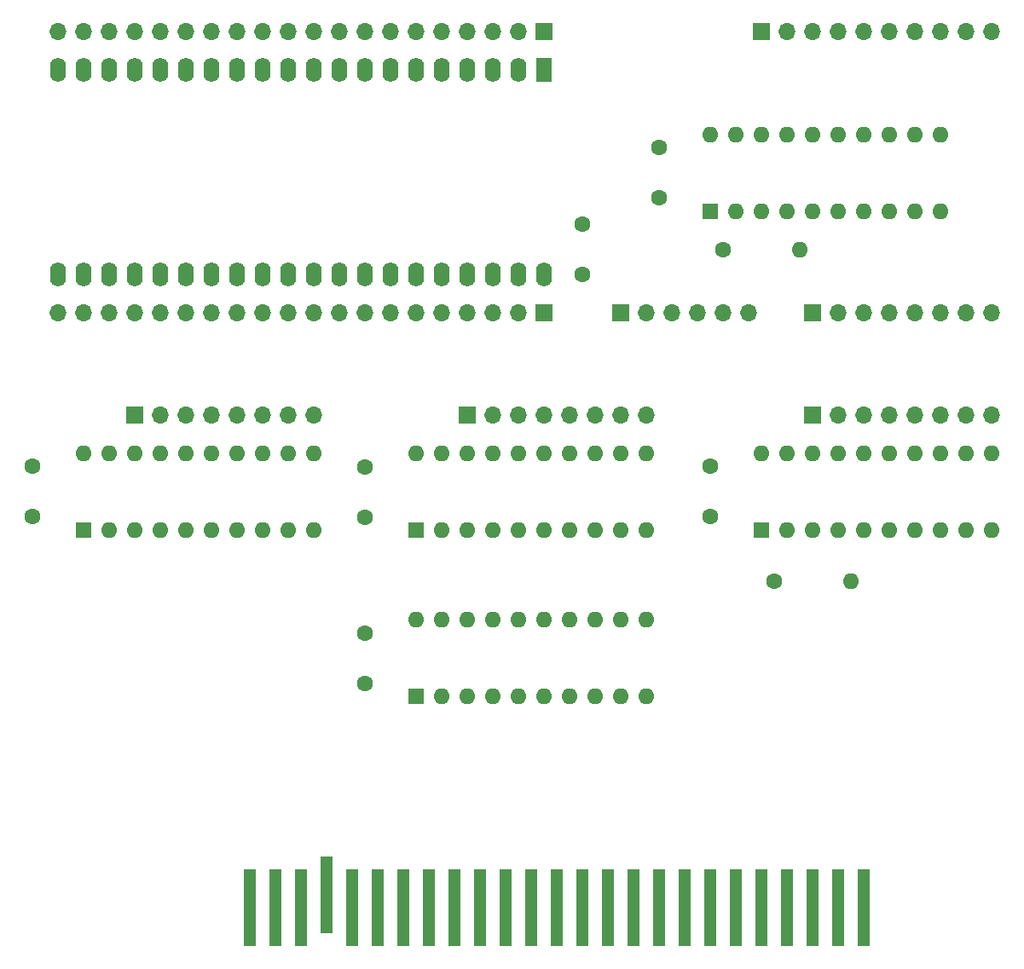
<source format=gts>
G04 #@! TF.GenerationSoftware,KiCad,Pcbnew,(6.0.9)*
G04 #@! TF.CreationDate,2023-07-02T11:07:52+02:00*
G04 #@! TF.ProjectId,Cartucho_MSX_Tang_Nano_20k_Breakout,43617274-7563-4686-9f5f-4d53585f5461,rev?*
G04 #@! TF.SameCoordinates,Original*
G04 #@! TF.FileFunction,Soldermask,Top*
G04 #@! TF.FilePolarity,Negative*
%FSLAX46Y46*%
G04 Gerber Fmt 4.6, Leading zero omitted, Abs format (unit mm)*
G04 Created by KiCad (PCBNEW (6.0.9)) date 2023-07-02 11:07:52*
%MOMM*%
%LPD*%
G01*
G04 APERTURE LIST*
%ADD10R,1.600000X2.400000*%
%ADD11O,1.600000X2.400000*%
%ADD12R,1.700000X1.700000*%
%ADD13O,1.700000X1.700000*%
%ADD14C,1.600000*%
%ADD15R,1.600000X1.600000*%
%ADD16O,1.600000X1.600000*%
%ADD17R,1.270000X7.620000*%
G04 APERTURE END LIST*
D10*
X110460000Y-55880000D03*
D11*
X107920000Y-55880000D03*
X105380000Y-55880000D03*
X102840000Y-55880000D03*
X100300000Y-55880000D03*
X97760000Y-55880000D03*
X95220000Y-55880000D03*
X92680000Y-55880000D03*
X90140000Y-55880000D03*
X87600000Y-55880000D03*
X85060000Y-55880000D03*
X82520000Y-55880000D03*
X79980000Y-55880000D03*
X77440000Y-55880000D03*
X74900000Y-55880000D03*
X72360000Y-55880000D03*
X69820000Y-55880000D03*
X67280000Y-55880000D03*
X64740000Y-55880000D03*
X62200000Y-55880000D03*
X62200000Y-76200000D03*
X64740000Y-76200000D03*
X67280000Y-76200000D03*
X69820000Y-76200000D03*
X72360000Y-76200000D03*
X74900000Y-76200000D03*
X77440000Y-76200000D03*
X79980000Y-76200000D03*
X82520000Y-76200000D03*
X85060000Y-76200000D03*
X87600000Y-76200000D03*
X90140000Y-76200000D03*
X92680000Y-76200000D03*
X95220000Y-76200000D03*
X97760000Y-76200000D03*
X100300000Y-76200000D03*
X102840000Y-76200000D03*
X105380000Y-76200000D03*
X107920000Y-76200000D03*
X110460000Y-76200000D03*
D12*
X110460000Y-80010000D03*
D13*
X107920000Y-80010000D03*
X105380000Y-80010000D03*
X102840000Y-80010000D03*
X100300000Y-80010000D03*
X97760000Y-80010000D03*
X95220000Y-80010000D03*
X92680000Y-80010000D03*
X90140000Y-80010000D03*
X87600000Y-80010000D03*
X85060000Y-80010000D03*
X82520000Y-80010000D03*
X79980000Y-80010000D03*
X77440000Y-80010000D03*
X74900000Y-80010000D03*
X72360000Y-80010000D03*
X69820000Y-80010000D03*
X67280000Y-80010000D03*
X64740000Y-80010000D03*
X62200000Y-80010000D03*
D14*
X114300000Y-76135000D03*
X114300000Y-71135000D03*
X127000000Y-95225000D03*
X127000000Y-100225000D03*
X59695000Y-100215000D03*
X59695000Y-95215000D03*
D15*
X64775000Y-101565000D03*
D16*
X67315000Y-101565000D03*
X69855000Y-101565000D03*
X72395000Y-101565000D03*
X74935000Y-101565000D03*
X77475000Y-101565000D03*
X80015000Y-101565000D03*
X82555000Y-101565000D03*
X85095000Y-101565000D03*
X87635000Y-101565000D03*
X87635000Y-93945000D03*
X85095000Y-93945000D03*
X82555000Y-93945000D03*
X80015000Y-93945000D03*
X77475000Y-93945000D03*
X74935000Y-93945000D03*
X72395000Y-93945000D03*
X69855000Y-93945000D03*
X67315000Y-93945000D03*
X64775000Y-93945000D03*
D17*
X142240000Y-139065000D03*
X139700000Y-139065000D03*
X137160000Y-139065000D03*
X134620000Y-139065000D03*
X132080000Y-139065000D03*
X129540000Y-139065000D03*
X127000000Y-139065000D03*
X124460000Y-139065000D03*
X121920000Y-139065000D03*
X119380000Y-139065000D03*
X116840000Y-139065000D03*
X114300000Y-139065000D03*
X111760000Y-139065000D03*
X109220000Y-139065000D03*
X106680000Y-139065000D03*
X104140000Y-139065000D03*
X101600000Y-139065000D03*
X99060000Y-139065000D03*
X96520000Y-139065000D03*
X93980000Y-139065000D03*
X91440000Y-139065000D03*
X88900000Y-137795000D03*
X86360000Y-139065000D03*
X83820000Y-139065000D03*
X81280000Y-139065000D03*
D14*
X128270000Y-73715000D03*
D16*
X135890000Y-73715000D03*
D12*
X110460000Y-52070000D03*
D13*
X107920000Y-52070000D03*
X105380000Y-52070000D03*
X102840000Y-52070000D03*
X100300000Y-52070000D03*
X97760000Y-52070000D03*
X95220000Y-52070000D03*
X92680000Y-52070000D03*
X90140000Y-52070000D03*
X87600000Y-52070000D03*
X85060000Y-52070000D03*
X82520000Y-52070000D03*
X79980000Y-52070000D03*
X77440000Y-52070000D03*
X74900000Y-52070000D03*
X72360000Y-52070000D03*
X69820000Y-52070000D03*
X67280000Y-52070000D03*
X64740000Y-52070000D03*
X62200000Y-52070000D03*
D12*
X137160000Y-79985000D03*
D13*
X139700000Y-79985000D03*
X142240000Y-79985000D03*
X144780000Y-79985000D03*
X147320000Y-79985000D03*
X149860000Y-79985000D03*
X152400000Y-79985000D03*
X154940000Y-79985000D03*
D15*
X97795000Y-118075000D03*
D16*
X100335000Y-118075000D03*
X102875000Y-118075000D03*
X105415000Y-118075000D03*
X107955000Y-118075000D03*
X110495000Y-118075000D03*
X113035000Y-118075000D03*
X115575000Y-118075000D03*
X118115000Y-118075000D03*
X120655000Y-118075000D03*
X120655000Y-110455000D03*
X118115000Y-110455000D03*
X115575000Y-110455000D03*
X113035000Y-110455000D03*
X110495000Y-110455000D03*
X107955000Y-110455000D03*
X105415000Y-110455000D03*
X102875000Y-110455000D03*
X100335000Y-110455000D03*
X97795000Y-110455000D03*
D14*
X92715000Y-100295000D03*
X92715000Y-95295000D03*
X121920000Y-68555000D03*
X121920000Y-63555000D03*
X133350000Y-106655000D03*
D16*
X140970000Y-106655000D03*
D14*
X92715000Y-116805000D03*
X92715000Y-111805000D03*
D12*
X69850000Y-90145000D03*
D13*
X72390000Y-90145000D03*
X74930000Y-90145000D03*
X77470000Y-90145000D03*
X80010000Y-90145000D03*
X82550000Y-90145000D03*
X85090000Y-90145000D03*
X87630000Y-90145000D03*
D12*
X118135000Y-79960000D03*
D13*
X120675000Y-79960000D03*
X123215000Y-79960000D03*
X125755000Y-79960000D03*
X128295000Y-79960000D03*
X130835000Y-79960000D03*
D12*
X132080000Y-52045000D03*
D13*
X134620000Y-52045000D03*
X137160000Y-52045000D03*
X139700000Y-52045000D03*
X142240000Y-52045000D03*
X144780000Y-52045000D03*
X147320000Y-52045000D03*
X149860000Y-52045000D03*
X152400000Y-52045000D03*
X154940000Y-52045000D03*
D15*
X127000000Y-69905000D03*
D16*
X129540000Y-69905000D03*
X132080000Y-69905000D03*
X134620000Y-69905000D03*
X137160000Y-69905000D03*
X139700000Y-69905000D03*
X142240000Y-69905000D03*
X144780000Y-69905000D03*
X147320000Y-69905000D03*
X149860000Y-69905000D03*
X149860000Y-62285000D03*
X147320000Y-62285000D03*
X144780000Y-62285000D03*
X142240000Y-62285000D03*
X139700000Y-62285000D03*
X137160000Y-62285000D03*
X134620000Y-62285000D03*
X132080000Y-62285000D03*
X129540000Y-62285000D03*
X127000000Y-62285000D03*
D15*
X132080000Y-101575000D03*
D16*
X134620000Y-101575000D03*
X137160000Y-101575000D03*
X139700000Y-101575000D03*
X142240000Y-101575000D03*
X144780000Y-101575000D03*
X147320000Y-101575000D03*
X149860000Y-101575000D03*
X152400000Y-101575000D03*
X154940000Y-101575000D03*
X154940000Y-93955000D03*
X152400000Y-93955000D03*
X149860000Y-93955000D03*
X147320000Y-93955000D03*
X144780000Y-93955000D03*
X142240000Y-93955000D03*
X139700000Y-93955000D03*
X137160000Y-93955000D03*
X134620000Y-93955000D03*
X132080000Y-93955000D03*
D15*
X97795000Y-101565000D03*
D16*
X100335000Y-101565000D03*
X102875000Y-101565000D03*
X105415000Y-101565000D03*
X107955000Y-101565000D03*
X110495000Y-101565000D03*
X113035000Y-101565000D03*
X115575000Y-101565000D03*
X118115000Y-101565000D03*
X120655000Y-101565000D03*
X120655000Y-93945000D03*
X118115000Y-93945000D03*
X115575000Y-93945000D03*
X113035000Y-93945000D03*
X110495000Y-93945000D03*
X107955000Y-93945000D03*
X105415000Y-93945000D03*
X102875000Y-93945000D03*
X100335000Y-93945000D03*
X97795000Y-93945000D03*
D12*
X102870000Y-90145000D03*
D13*
X105410000Y-90145000D03*
X107950000Y-90145000D03*
X110490000Y-90145000D03*
X113030000Y-90145000D03*
X115570000Y-90145000D03*
X118110000Y-90145000D03*
X120650000Y-90145000D03*
D12*
X137160000Y-90145000D03*
D13*
X139700000Y-90145000D03*
X142240000Y-90145000D03*
X144780000Y-90145000D03*
X147320000Y-90145000D03*
X149860000Y-90145000D03*
X152400000Y-90145000D03*
X154940000Y-90145000D03*
M02*

</source>
